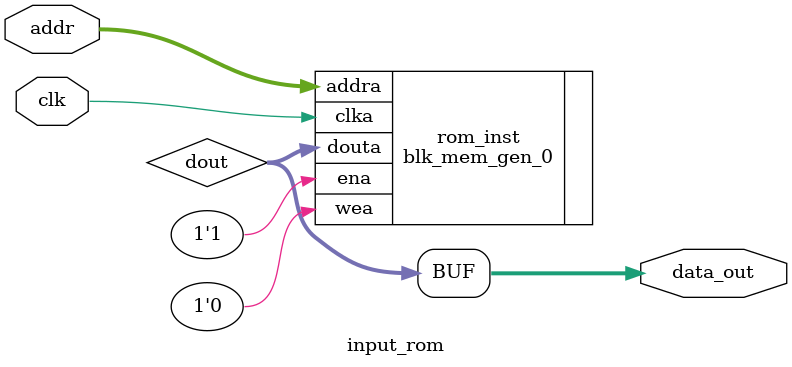
<source format=v>
module input_rom (
    input clk,
    input [7:0] addr,    
    output [7:0] data_out
);

    wire [7:0] dout;

    blk_mem_gen_0 rom_inst (
        .clka(clk),
        .ena(1'b1),
        .addra(addr),
        .douta(dout),
        .wea(1'b0)
    );

    assign data_out = dout;

endmodule

</source>
